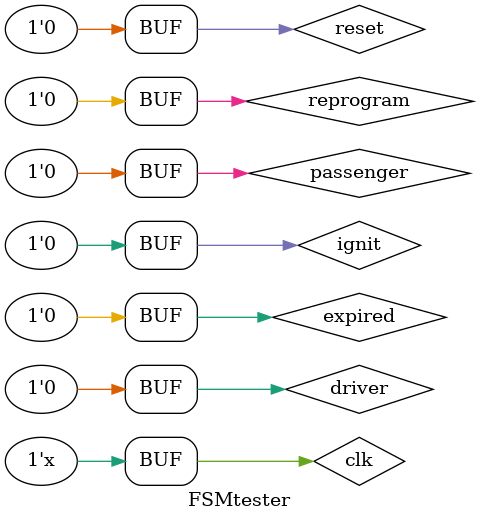
<source format=v>
`timescale 1ns / 1ps


module FSMtester;

	// Inputs
	reg clk;
	reg ignit;
	reg driver;
	reg passenger;
	reg reprogram;
	reg expired;
	reg reset;
	// Outputs
	wire [1:0] interval;
	wire start_timer;
	wire siren;
	wire status;
	wire [2:0] current_state;
	
	// Instantiate the Unit Under Test (UUT)
	FSM uut (
		.clk(clk), 
		.reset(reset),
		.ignit(ignit), 
		.driver(driver), 
		.passenger(passenger), 
		.reprogram(reprogram), 
		.expired(expired), 
		.interval(interval), 
		.start_timer(start_timer), 
		.siren(siren), 
		.status(status),
		.current_state(current_state)
	);
	always #5 clk=!clk;
	initial begin
		// Initialize Inputs
		clk = 0;
		ignit = 0;
		driver = 0;
		passenger = 0;
		reprogram = 0;
		expired = 0;
		reset=0;

		// Wait 100 ns for global reset to finish
		#100;
        
		// Add stimulus here
		driver=1;
		#400;
		ignit=1;
		#100;
		ignit=0;
		#100;
		driver=0;
		#400;
		reset=1;
		#50;
		reset=0;

	end
      
endmodule


</source>
